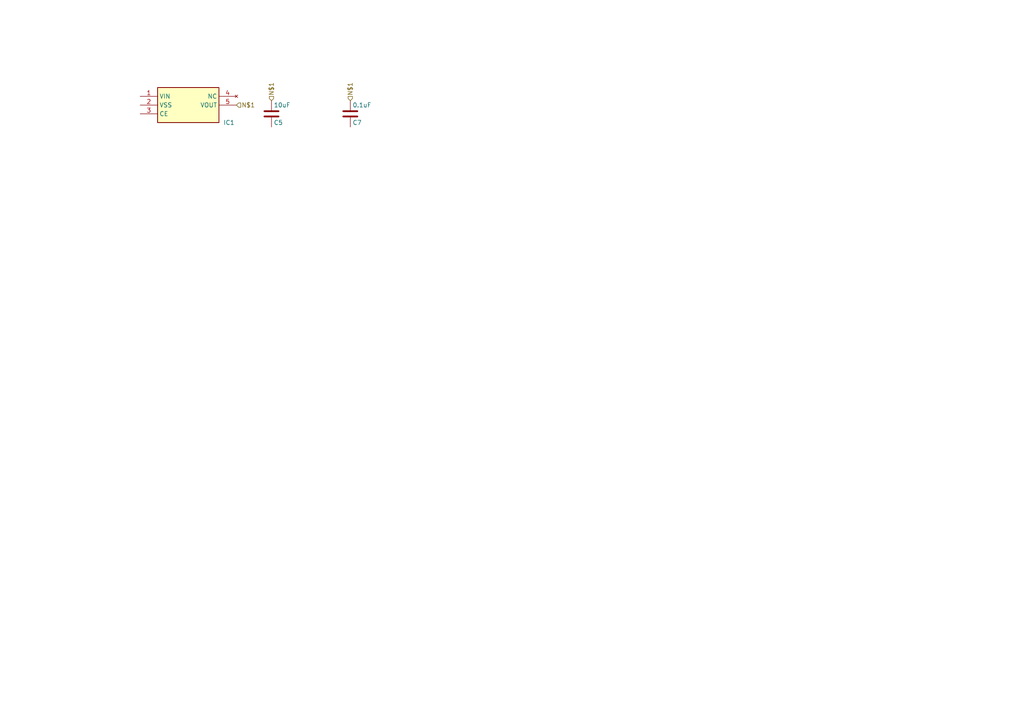
<source format=kicad_sch>
(kicad_sch (version 20250114) (generator "circuit_synth") (generator_version "0.8.36")
  (paper "A4")
  (title_block (title "main_circuit"))
  (lib_symbols
    (symbol "SamacSys_Parts:XC6220B331MR-G"
      (property "Reference" "IC" (at 24.13 7.62 0))
      (property "Value" "XC6220B331MR-G" (at 24.13 5.08 0))
      (rectangle (start 5.08 2.54) (end 22.86 -7.62) (stroke (width 0.254)) (fill (type background)))
      (pin passive line (at 0 0 0) (length 5.08) (name "VIN") (number "1"))
      (pin passive line (at 0 -2.54 0) (length 5.08) (name "VSS") (number "2"))
      (pin passive line (at 0 -5.08 0) (length 5.08) (name "CE") (number "3"))
      (pin no_connect line (at 27.94 0 180) (length 5.08) (name "NC") (number "4"))
      (pin passive line (at 27.94 -2.54 180) (length 5.08) (name "VOUT") (number "5"))
    )
    (symbol "Device:C" (pin_numbers (hide yes)) (pin_names (offset 0.254))
      (property "Reference" "C" (at 0.635 2.54 0))
      (property "Value" "C" (at 0.635 -2.54 0))
      (symbol "C_0_1"
        (polyline (pts (xy -2.032 0.762) (xy 2.032 0.762)) (stroke (width 0.508)))
        (polyline (pts (xy -2.032 -0.762) (xy 2.032 -0.762)) (stroke (width 0.508)))
      )
      (symbol "C_1_1"
        (pin passive line (at 0 3.81 270) (length 2.794) (name "~") (number "1"))
        (pin passive line (at 0 -3.81 90) (length 2.794) (name "~") (number "2"))
      )
    )
  )
  (symbol (lib_id "SamacSys_Parts:XC6220B331MR-G") (at 40.64 27.94 0) (unit 1)
    (property "Reference" "IC1" (at 64.77 35.56 0.0000) (effects (justify left)))
    (property "Footprint" "SamacSys_Parts:SOT95P280X130-5N" (effects (hide yes)))
    (property "hierarchy_path" "/acfeb8ae-789f-47ff-9243-69ba4f706be6" (effects (hide yes)))
    (property "project_name" "main_circuit" (effects (hide yes)))
    (property "root_uuid" "acfeb8ae-789f-47ff-9243-69ba4f706be6" (effects (hide yes)))
  )
  (symbol (lib_id "Device:C") (at 78.74 33.02 0) (unit 1)
    (property "Reference" "C5" (at 79.375 35.56 0.0000) (effects (justify left)))
    (property "Value" "10uF" (at 79.375 30.48 0.0000) (effects (justify left)))
    (property "Footprint" "Capacitor_SMD:C_0603" (effects (hide yes)))
    (property "hierarchy_path" "/acfeb8ae-789f-47ff-9243-69ba4f706be6" (effects (hide yes)))
    (property "project_name" "main_circuit" (effects (hide yes)))
    (property "root_uuid" "acfeb8ae-789f-47ff-9243-69ba4f706be6" (effects (hide yes)))
  )
  (symbol (lib_id "Device:C") (at 101.6 33.02 0) (unit 1)
    (property "Reference" "C7" (at 102.235 35.56 0.0000) (effects (justify left)))
    (property "Value" "0.1uF" (at 102.235 30.48 0.0000) (effects (justify left)))
    (property "Footprint" "Capacitor_SMD:C_0603" (effects (hide yes)))
    (property "hierarchy_path" "/acfeb8ae-789f-47ff-9243-69ba4f706be6" (effects (hide yes)))
    (property "project_name" "main_circuit" (effects (hide yes)))
    (property "root_uuid" "acfeb8ae-789f-47ff-9243-69ba4f706be6" (effects (hide yes)))
  )
  (hierarchical_label "N$1" (shape input) (at 68.58 30.48 0.0000))
  (hierarchical_label "N$1" (shape input) (at 78.74 29.21 90))
  (hierarchical_label "N$1" (shape input) (at 101.6 29.21 90))
)
</source>
